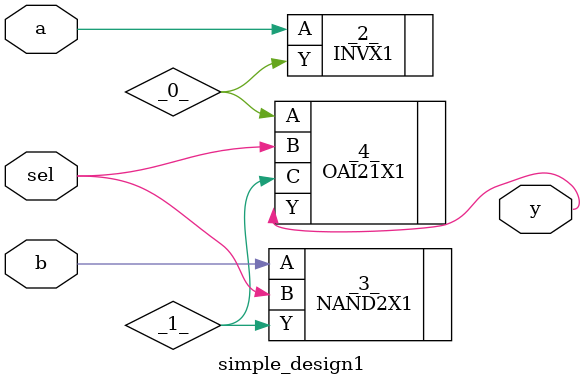
<source format=v>
/* Generated by Yosys 0.7+169 (git sha1 3bbac5c, clang 3.4-1ubuntu3 -fPIC -Os) */

(* src = "mydesign.v:3" *)
module simple_design1(a, b, y, sel);
  wire _0_;
  wire _1_;
  (* src = "mydesign.v:4" *)
  input a;
  (* src = "mydesign.v:4" *)
  input b;
  (* src = "mydesign.v:4" *)
  input sel;
  (* src = "mydesign.v:5" *)
  output y;
  INVX1 _2_ (
    .A(a),
    .Y(_0_)
  );
  NAND2X1 _3_ (
    .A(b),
    .B(sel),
    .Y(_1_)
  );
  OAI21X1 _4_ (
    .A(_0_),
    .B(sel),
    .C(_1_),
    .Y(y)
  );
endmodule

</source>
